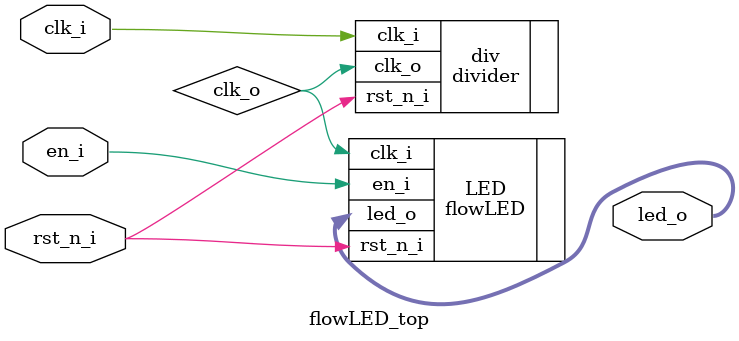
<source format=v>
`timescale 1ns / 1ps


module flowLED_top(rst_n_i,clk_i,en_i,led_o);
    input rst_n_i,clk_i,en_i;
    output [7:0]led_o;
    wire clk_o;
    
    divider div(.clk_i(clk_i),.rst_n_i(rst_n_i),.clk_o(clk_o));
    flowLED LED(.rst_n_i(rst_n_i),.clk_i(clk_o),.en_i(en_i),.led_o(led_o));
    
endmodule

</source>
